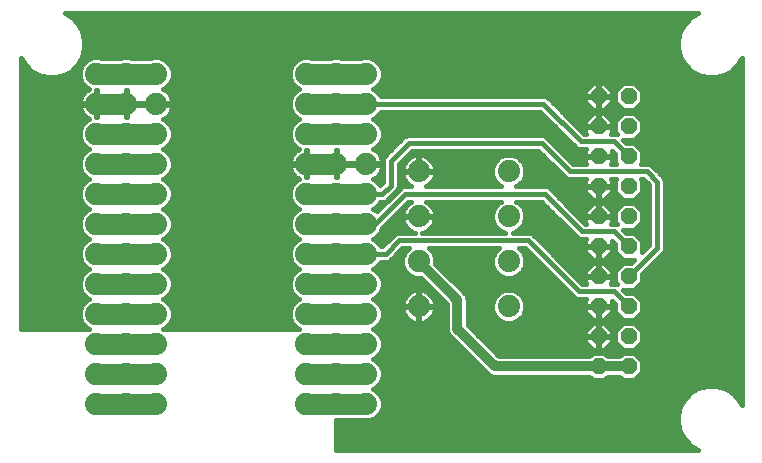
<source format=gbl>
G75*
G70*
%OFA0B0*%
%FSLAX24Y24*%
%IPPOS*%
%LPD*%
%AMOC8*
5,1,8,0,0,1.08239X$1,22.5*
%
%ADD10OC8,0.0560*%
%ADD11C,0.0740*%
%ADD12C,0.0320*%
%ADD13C,0.0700*%
%ADD14C,0.0160*%
D10*
X023083Y006643D03*
X024083Y006643D03*
X024083Y007643D03*
X023083Y007643D03*
X023083Y008643D03*
X024083Y008643D03*
X024083Y009643D03*
X023083Y009643D03*
X023083Y010643D03*
X024083Y010643D03*
X024083Y011643D03*
X023083Y011643D03*
X023083Y012643D03*
X024083Y012643D03*
X024083Y013643D03*
X023083Y013643D03*
X023083Y014643D03*
X024083Y014643D03*
X024083Y015643D03*
X023083Y015643D03*
D11*
X006333Y005393D03*
X007333Y005393D03*
X008333Y005393D03*
X008333Y006393D03*
X007333Y006393D03*
X006333Y006393D03*
X006333Y007393D03*
X007333Y007393D03*
X008333Y007393D03*
X008333Y008393D03*
X007333Y008393D03*
X006333Y008393D03*
X006333Y009393D03*
X007333Y009393D03*
X008333Y009393D03*
X008333Y010393D03*
X007333Y010393D03*
X006333Y010393D03*
X006333Y011393D03*
X007333Y011393D03*
X008333Y011393D03*
X008333Y012393D03*
X007333Y012393D03*
X006333Y012393D03*
X006333Y013393D03*
X007333Y013393D03*
X008333Y013393D03*
X008333Y014393D03*
X007333Y014393D03*
X006333Y014393D03*
X006333Y015393D03*
X007333Y015393D03*
X008333Y015393D03*
X008333Y016393D03*
X007333Y016393D03*
X006333Y016393D03*
X013333Y016393D03*
X014333Y016393D03*
X015333Y016393D03*
X015333Y015393D03*
X014333Y015393D03*
X013333Y015393D03*
X013333Y014393D03*
X014333Y014393D03*
X015333Y014393D03*
X015333Y013393D03*
X014333Y013393D03*
X013333Y013393D03*
X013333Y012393D03*
X014333Y012393D03*
X015333Y012393D03*
X015333Y011393D03*
X014333Y011393D03*
X013333Y011393D03*
X013333Y010393D03*
X014333Y010393D03*
X015333Y010393D03*
X015333Y009393D03*
X014333Y009393D03*
X013333Y009393D03*
X013333Y008393D03*
X014333Y008393D03*
X015333Y008393D03*
X015333Y007393D03*
X014333Y007393D03*
X013333Y007393D03*
X013333Y006393D03*
X014333Y006393D03*
X015333Y006393D03*
X015333Y005393D03*
X014333Y005393D03*
X013333Y005393D03*
X017083Y008643D03*
X017083Y010143D03*
X017083Y011643D03*
X017083Y013143D03*
X020083Y013143D03*
X020083Y011643D03*
X020083Y010143D03*
X020083Y008643D03*
D12*
X018373Y008853D02*
X018373Y007893D01*
X019623Y006643D01*
X023083Y006643D01*
X024083Y006643D01*
X018373Y008853D02*
X017083Y010143D01*
D13*
X015333Y010393D02*
X014333Y010393D01*
X013333Y010393D01*
X013333Y009393D02*
X014333Y009393D01*
X015333Y009393D01*
X015333Y008393D02*
X014333Y008393D01*
X013333Y008393D01*
X013333Y007393D02*
X014333Y007393D01*
X015333Y007393D01*
X015333Y006393D02*
X014333Y006393D01*
X013333Y006393D01*
X013333Y005393D02*
X014333Y005393D01*
X015333Y005393D01*
X008333Y005393D02*
X007333Y005393D01*
X006333Y005393D01*
X006333Y006393D02*
X007333Y006393D01*
X008333Y006393D01*
X008333Y007393D02*
X007333Y007393D01*
X006333Y007393D01*
X006333Y008393D02*
X007333Y008393D01*
X008333Y008393D01*
X008333Y009393D02*
X007333Y009393D01*
X006333Y009393D01*
X006333Y010393D02*
X007333Y010393D01*
X008333Y010393D01*
X008333Y011393D02*
X007333Y011393D01*
X006333Y011393D01*
X006333Y012393D02*
X007333Y012393D01*
X008333Y012393D01*
X008333Y013393D02*
X007333Y013393D01*
X006333Y013393D01*
X006333Y014393D02*
X007333Y014393D01*
X008333Y014393D01*
X007333Y015393D02*
X006333Y015393D01*
X006333Y016393D02*
X007333Y016393D01*
X008333Y016393D01*
X013333Y016393D02*
X014333Y016393D01*
X015333Y016393D01*
X015333Y015393D02*
X014333Y015393D01*
X013333Y015393D01*
X013333Y014393D02*
X014333Y014393D01*
X015333Y014393D01*
X014333Y013393D02*
X013333Y013393D01*
X013333Y012393D02*
X014333Y012393D01*
X014353Y012393D02*
X014333Y012413D01*
X014353Y012393D02*
X015153Y012393D01*
X015333Y012393D01*
X015333Y011393D02*
X014333Y011393D01*
X013333Y011393D01*
D14*
X012947Y011001D02*
X008719Y011001D01*
X008644Y010927D02*
X008799Y011082D01*
X008883Y011284D01*
X008883Y011503D01*
X008799Y011705D01*
X008644Y011860D01*
X008563Y011893D01*
X008644Y011927D01*
X008799Y012082D01*
X008883Y012284D01*
X008883Y012503D01*
X008799Y012705D01*
X008644Y012860D01*
X008563Y012893D01*
X008644Y012927D01*
X008799Y013082D01*
X008883Y013284D01*
X008883Y013503D01*
X008799Y013705D01*
X008644Y013860D01*
X008563Y013893D01*
X008644Y013927D01*
X008799Y014082D01*
X008883Y014284D01*
X008883Y014503D01*
X008799Y014705D01*
X008644Y014860D01*
X008563Y014893D01*
X008621Y014923D01*
X008691Y014974D01*
X008752Y015035D01*
X008803Y015105D01*
X008843Y015182D01*
X008869Y015265D01*
X008883Y015350D01*
X008883Y015373D01*
X008353Y015373D01*
X008353Y015413D01*
X008883Y015413D01*
X008883Y015437D01*
X008869Y015522D01*
X008843Y015604D01*
X008803Y015682D01*
X008752Y015752D01*
X008691Y015813D01*
X008621Y015864D01*
X008563Y015893D01*
X008644Y015927D01*
X008799Y016082D01*
X008883Y016284D01*
X008883Y016503D01*
X008799Y016705D01*
X008644Y016860D01*
X008442Y016943D01*
X008224Y016943D01*
X008175Y016923D01*
X007491Y016923D01*
X007442Y016943D01*
X007224Y016943D01*
X007175Y016923D01*
X006491Y016923D01*
X006442Y016943D01*
X006224Y016943D01*
X006021Y016860D01*
X005867Y016705D01*
X005783Y016503D01*
X005783Y016284D01*
X005867Y016082D01*
X006021Y015927D01*
X006103Y015893D01*
X006045Y015864D01*
X005975Y015813D01*
X005913Y015752D01*
X005863Y015682D01*
X005823Y015604D01*
X005796Y015522D01*
X005783Y015437D01*
X005783Y015413D01*
X006313Y015413D01*
X006313Y015373D01*
X006313Y014943D01*
X006353Y014943D01*
X006353Y015373D01*
X006313Y015373D01*
X005783Y015373D01*
X005783Y015350D01*
X005796Y015265D01*
X005823Y015182D01*
X005863Y015105D01*
X005913Y015035D01*
X005975Y014974D01*
X006045Y014923D01*
X006103Y014893D01*
X006021Y014860D01*
X005867Y014705D01*
X005783Y014503D01*
X005783Y014284D01*
X005867Y014082D01*
X006021Y013927D01*
X006103Y013893D01*
X006021Y013860D01*
X005867Y013705D01*
X005783Y013503D01*
X005783Y013284D01*
X005867Y013082D01*
X006021Y012927D01*
X006103Y012893D01*
X006021Y012860D01*
X005867Y012705D01*
X005783Y012503D01*
X005783Y012284D01*
X005867Y012082D01*
X006021Y011927D01*
X006103Y011893D01*
X006021Y011860D01*
X005867Y011705D01*
X005783Y011503D01*
X005783Y011284D01*
X005867Y011082D01*
X006021Y010927D01*
X006103Y010893D01*
X006021Y010860D01*
X005867Y010705D01*
X005783Y010503D01*
X005783Y010284D01*
X005867Y010082D01*
X006021Y009927D01*
X006103Y009893D01*
X006021Y009860D01*
X005867Y009705D01*
X005783Y009503D01*
X005783Y009284D01*
X005867Y009082D01*
X006021Y008927D01*
X006103Y008893D01*
X006021Y008860D01*
X005867Y008705D01*
X005783Y008503D01*
X005783Y008284D01*
X005867Y008082D01*
X006021Y007927D01*
X006103Y007893D01*
X003813Y007893D01*
X003813Y016940D01*
X003945Y016712D01*
X004151Y016505D01*
X004405Y016359D01*
X004687Y016283D01*
X004979Y016283D01*
X005261Y016359D01*
X005514Y016505D01*
X005721Y016712D01*
X005867Y016965D01*
X005943Y017247D01*
X005943Y017539D01*
X005867Y017822D01*
X005721Y018075D01*
X005514Y018281D01*
X005286Y018413D01*
X026380Y018413D01*
X026151Y018281D01*
X025945Y018075D01*
X025799Y017822D01*
X025723Y017539D01*
X025723Y017247D01*
X025799Y016965D01*
X025945Y016712D01*
X026151Y016505D01*
X026405Y016359D01*
X026687Y016283D01*
X026979Y016283D01*
X027261Y016359D01*
X027514Y016505D01*
X027721Y016712D01*
X027853Y016940D01*
X027853Y005346D01*
X027721Y005575D01*
X027514Y005781D01*
X027261Y005928D01*
X026979Y006003D01*
X026687Y006003D01*
X026405Y005928D01*
X026151Y005781D01*
X025945Y005575D01*
X025799Y005322D01*
X025723Y005039D01*
X025723Y004747D01*
X025799Y004465D01*
X025945Y004212D01*
X026151Y004005D01*
X026380Y003873D01*
X014333Y003873D01*
X014333Y004843D01*
X014442Y004843D01*
X014491Y004863D01*
X015175Y004863D01*
X015224Y004843D01*
X015442Y004843D01*
X015644Y004927D01*
X015799Y005082D01*
X015883Y005284D01*
X015883Y005503D01*
X015799Y005705D01*
X015644Y005860D01*
X015563Y005893D01*
X015644Y005927D01*
X015799Y006082D01*
X015883Y006284D01*
X015883Y006503D01*
X015799Y006705D01*
X015644Y006860D01*
X015563Y006893D01*
X015644Y006927D01*
X015799Y007082D01*
X015883Y007284D01*
X015883Y007503D01*
X015799Y007705D01*
X015644Y007860D01*
X015563Y007893D01*
X015644Y007927D01*
X015799Y008082D01*
X015883Y008284D01*
X015883Y008503D01*
X015799Y008705D01*
X015644Y008860D01*
X015563Y008893D01*
X015644Y008927D01*
X015799Y009082D01*
X015883Y009284D01*
X015883Y009503D01*
X015799Y009705D01*
X015644Y009860D01*
X015563Y009893D01*
X015644Y009927D01*
X015799Y010082D01*
X015821Y010133D01*
X016035Y010133D01*
X016130Y010173D01*
X016541Y010583D01*
X016745Y010583D01*
X016617Y010455D01*
X016533Y010253D01*
X016533Y010034D01*
X016617Y009832D01*
X016771Y009677D01*
X016974Y009593D01*
X017152Y009593D01*
X018033Y008712D01*
X018033Y007826D01*
X018085Y007701D01*
X018180Y007605D01*
X019430Y006355D01*
X019555Y006303D01*
X022772Y006303D01*
X022892Y006183D01*
X023273Y006183D01*
X023393Y006303D01*
X023772Y006303D01*
X023892Y006183D01*
X024273Y006183D01*
X024543Y006453D01*
X024543Y006834D01*
X024273Y007103D01*
X023892Y007103D01*
X023772Y006983D01*
X023393Y006983D01*
X023273Y007103D01*
X022892Y007103D01*
X022772Y006983D01*
X019764Y006983D01*
X018713Y008034D01*
X018713Y008921D01*
X018661Y009046D01*
X017633Y010074D01*
X017633Y010253D01*
X017549Y010455D01*
X017421Y010583D01*
X019745Y010583D01*
X019617Y010455D01*
X019533Y010253D01*
X019533Y010034D01*
X019617Y009832D01*
X019771Y009677D01*
X019974Y009593D01*
X020192Y009593D01*
X020394Y009677D01*
X020549Y009832D01*
X020633Y010034D01*
X020633Y010253D01*
X020549Y010455D01*
X020421Y010583D01*
X020625Y010583D01*
X022213Y008996D01*
X022286Y008923D01*
X022381Y008883D01*
X022672Y008883D01*
X022623Y008834D01*
X022623Y008653D01*
X023073Y008653D01*
X023073Y008633D01*
X023093Y008633D01*
X023093Y008183D01*
X023273Y008183D01*
X023543Y008453D01*
X023543Y008633D01*
X023093Y008633D01*
X023093Y008653D01*
X023543Y008653D01*
X023543Y008816D01*
X023623Y008736D01*
X023623Y008453D01*
X023892Y008183D01*
X024273Y008183D01*
X024543Y008453D01*
X024543Y008834D01*
X024273Y009103D01*
X023991Y009103D01*
X023911Y009183D01*
X024273Y009183D01*
X024543Y009453D01*
X024543Y009736D01*
X025253Y010446D01*
X025293Y010542D01*
X025293Y012845D01*
X025253Y012941D01*
X025180Y013014D01*
X024830Y013364D01*
X024735Y013403D01*
X024493Y013403D01*
X024543Y013453D01*
X024543Y013834D01*
X024273Y014103D01*
X023991Y014103D01*
X023911Y014183D01*
X024273Y014183D01*
X024543Y014453D01*
X024543Y014834D01*
X024273Y015103D01*
X023892Y015103D01*
X023623Y014834D01*
X023623Y014453D01*
X023699Y014377D01*
X023635Y014403D01*
X023493Y014403D01*
X023543Y014453D01*
X023543Y014633D01*
X023093Y014633D01*
X023093Y014653D01*
X023543Y014653D01*
X023543Y014834D01*
X023273Y015103D01*
X023093Y015103D01*
X023093Y014653D01*
X023073Y014653D01*
X023073Y014633D01*
X022623Y014633D01*
X022623Y014453D01*
X022672Y014403D01*
X022591Y014403D01*
X021380Y015614D01*
X021285Y015653D01*
X015821Y015653D01*
X015799Y015705D01*
X015644Y015860D01*
X015563Y015893D01*
X015644Y015927D01*
X015799Y016082D01*
X015883Y016284D01*
X015883Y016503D01*
X015799Y016705D01*
X015644Y016860D01*
X015442Y016943D01*
X015224Y016943D01*
X015175Y016923D01*
X014491Y016923D01*
X014442Y016943D01*
X014224Y016943D01*
X014175Y016923D01*
X013491Y016923D01*
X013442Y016943D01*
X013224Y016943D01*
X013021Y016860D01*
X012867Y016705D01*
X012783Y016503D01*
X012783Y016284D01*
X012867Y016082D01*
X013021Y015927D01*
X013103Y015893D01*
X013021Y015860D01*
X012867Y015705D01*
X012783Y015503D01*
X012783Y015284D01*
X012867Y015082D01*
X013021Y014927D01*
X013103Y014893D01*
X013021Y014860D01*
X012867Y014705D01*
X012783Y014503D01*
X012783Y014284D01*
X012867Y014082D01*
X013021Y013927D01*
X013103Y013893D01*
X013045Y013864D01*
X012975Y013813D01*
X012913Y013752D01*
X012863Y013682D01*
X012823Y013604D01*
X012796Y013522D01*
X012783Y013437D01*
X012783Y013413D01*
X013313Y013413D01*
X013313Y013373D01*
X013353Y013373D01*
X013353Y012943D01*
X013313Y012943D01*
X013313Y013373D01*
X012783Y013373D01*
X012783Y013350D01*
X012796Y013265D01*
X012823Y013182D01*
X012863Y013105D01*
X012913Y013035D01*
X012975Y012974D01*
X013045Y012923D01*
X013103Y012893D01*
X013021Y012860D01*
X012867Y012705D01*
X012783Y012503D01*
X012783Y012284D01*
X012867Y012082D01*
X013021Y011927D01*
X013103Y011893D01*
X013021Y011860D01*
X012867Y011705D01*
X012783Y011503D01*
X012783Y011284D01*
X012867Y011082D01*
X013021Y010927D01*
X013103Y010893D01*
X013021Y010860D01*
X012867Y010705D01*
X012783Y010503D01*
X012783Y010284D01*
X012867Y010082D01*
X013021Y009927D01*
X013103Y009893D01*
X013021Y009860D01*
X012867Y009705D01*
X012783Y009503D01*
X012783Y009284D01*
X012867Y009082D01*
X013021Y008927D01*
X013103Y008893D01*
X013021Y008860D01*
X012867Y008705D01*
X012783Y008503D01*
X012783Y008284D01*
X012867Y008082D01*
X013021Y007927D01*
X013103Y007893D01*
X008563Y007893D01*
X008644Y007927D01*
X008799Y008082D01*
X008883Y008284D01*
X008883Y008503D01*
X008799Y008705D01*
X008644Y008860D01*
X008563Y008893D01*
X008644Y008927D01*
X008799Y009082D01*
X008883Y009284D01*
X008883Y009503D01*
X008799Y009705D01*
X008644Y009860D01*
X008563Y009893D01*
X008644Y009927D01*
X008799Y010082D01*
X008883Y010284D01*
X008883Y010503D01*
X008799Y010705D01*
X008644Y010860D01*
X008563Y010893D01*
X008644Y010927D01*
X008661Y010843D02*
X013005Y010843D01*
X012858Y010684D02*
X008808Y010684D01*
X008873Y010526D02*
X012793Y010526D01*
X012783Y010367D02*
X008883Y010367D01*
X008852Y010209D02*
X012814Y010209D01*
X012898Y010050D02*
X008768Y010050D01*
X008567Y009892D02*
X013099Y009892D01*
X012895Y009733D02*
X008771Y009733D01*
X008853Y009575D02*
X012813Y009575D01*
X012783Y009416D02*
X008883Y009416D01*
X008872Y009258D02*
X012794Y009258D01*
X012859Y009099D02*
X008806Y009099D01*
X008658Y008941D02*
X013008Y008941D01*
X012944Y008782D02*
X008722Y008782D01*
X008833Y008624D02*
X012833Y008624D01*
X012783Y008465D02*
X008883Y008465D01*
X008883Y008307D02*
X012783Y008307D01*
X012839Y008148D02*
X008827Y008148D01*
X008707Y007990D02*
X012959Y007990D01*
X015673Y007831D02*
X018033Y007831D01*
X018033Y007990D02*
X015707Y007990D01*
X015827Y008148D02*
X016843Y008148D01*
X016872Y008134D02*
X016954Y008107D01*
X017040Y008093D01*
X017074Y008093D01*
X017074Y008635D01*
X016533Y008635D01*
X016533Y008600D01*
X016546Y008515D01*
X016573Y008432D01*
X016613Y008355D01*
X016663Y008285D01*
X016725Y008224D01*
X016795Y008173D01*
X016872Y008134D01*
X017074Y008148D02*
X017092Y008148D01*
X017092Y008093D02*
X017126Y008093D01*
X017212Y008107D01*
X017294Y008134D01*
X017371Y008173D01*
X017441Y008224D01*
X017502Y008285D01*
X017553Y008355D01*
X017593Y008432D01*
X017619Y008515D01*
X017633Y008600D01*
X017633Y008635D01*
X017092Y008635D01*
X017092Y008652D01*
X017633Y008652D01*
X017633Y008687D01*
X017619Y008772D01*
X017593Y008854D01*
X017553Y008932D01*
X017502Y009002D01*
X017441Y009063D01*
X017371Y009114D01*
X017294Y009153D01*
X017212Y009180D01*
X017126Y009193D01*
X017092Y009193D01*
X017092Y008652D01*
X017074Y008652D01*
X017074Y008635D01*
X017092Y008635D01*
X017092Y008093D01*
X017074Y008307D02*
X017092Y008307D01*
X017092Y008465D02*
X017074Y008465D01*
X017074Y008624D02*
X017092Y008624D01*
X017074Y008652D02*
X016533Y008652D01*
X016533Y008687D01*
X016546Y008772D01*
X016573Y008854D01*
X016613Y008932D01*
X016663Y009002D01*
X016725Y009063D01*
X016795Y009114D01*
X016872Y009153D01*
X016954Y009180D01*
X017040Y009193D01*
X017074Y009193D01*
X017074Y008652D01*
X017074Y008782D02*
X017092Y008782D01*
X017092Y008941D02*
X017074Y008941D01*
X017074Y009099D02*
X017092Y009099D01*
X017391Y009099D02*
X017646Y009099D01*
X017547Y008941D02*
X017805Y008941D01*
X017963Y008782D02*
X017616Y008782D01*
X017633Y008624D02*
X018033Y008624D01*
X018033Y008465D02*
X017603Y008465D01*
X017518Y008307D02*
X018033Y008307D01*
X018033Y008148D02*
X017323Y008148D01*
X016648Y008307D02*
X015883Y008307D01*
X015883Y008465D02*
X016562Y008465D01*
X016533Y008624D02*
X015833Y008624D01*
X015722Y008782D02*
X016550Y008782D01*
X016619Y008941D02*
X015658Y008941D01*
X015806Y009099D02*
X016775Y009099D01*
X017329Y009416D02*
X015883Y009416D01*
X015872Y009258D02*
X017488Y009258D01*
X017171Y009575D02*
X015853Y009575D01*
X015771Y009733D02*
X016715Y009733D01*
X016592Y009892D02*
X015567Y009892D01*
X015768Y010050D02*
X016533Y010050D01*
X016533Y010209D02*
X016166Y010209D01*
X016325Y010367D02*
X016580Y010367D01*
X016483Y010526D02*
X016688Y010526D01*
X016433Y010843D02*
X020733Y010843D01*
X022433Y009143D01*
X023583Y009143D01*
X024083Y008643D01*
X024397Y008307D02*
X027853Y008307D01*
X027853Y008465D02*
X024543Y008465D01*
X024543Y008624D02*
X027853Y008624D01*
X027853Y008782D02*
X024543Y008782D01*
X024436Y008941D02*
X027853Y008941D01*
X027853Y009099D02*
X024277Y009099D01*
X024348Y009258D02*
X027853Y009258D01*
X027853Y009416D02*
X024506Y009416D01*
X024543Y009575D02*
X027853Y009575D01*
X027853Y009733D02*
X024543Y009733D01*
X024699Y009892D02*
X027853Y009892D01*
X027853Y010050D02*
X024858Y010050D01*
X025016Y010209D02*
X027853Y010209D01*
X027853Y010367D02*
X025175Y010367D01*
X025286Y010526D02*
X027853Y010526D01*
X027853Y010684D02*
X025293Y010684D01*
X025293Y010843D02*
X027853Y010843D01*
X027853Y011001D02*
X025293Y011001D01*
X025293Y011160D02*
X027853Y011160D01*
X027853Y011318D02*
X025293Y011318D01*
X025293Y011477D02*
X027853Y011477D01*
X027853Y011635D02*
X025293Y011635D01*
X025293Y011794D02*
X027853Y011794D01*
X027853Y011952D02*
X025293Y011952D01*
X025293Y012111D02*
X027853Y012111D01*
X027853Y012269D02*
X025293Y012269D01*
X025293Y012428D02*
X027853Y012428D01*
X027853Y012586D02*
X025293Y012586D01*
X025293Y012745D02*
X027853Y012745D01*
X027853Y012903D02*
X025269Y012903D01*
X025132Y013062D02*
X027853Y013062D01*
X027853Y013220D02*
X024974Y013220D01*
X024794Y013379D02*
X027853Y013379D01*
X027853Y013537D02*
X024543Y013537D01*
X024543Y013696D02*
X027853Y013696D01*
X027853Y013854D02*
X024522Y013854D01*
X024364Y014013D02*
X027853Y014013D01*
X027853Y014171D02*
X023923Y014171D01*
X023583Y014143D02*
X024083Y013643D01*
X023623Y013696D02*
X023543Y013696D01*
X023543Y013653D02*
X023543Y013816D01*
X023623Y013736D01*
X023623Y013453D01*
X023672Y013403D01*
X023493Y013403D01*
X023543Y013453D01*
X023543Y013633D01*
X023093Y013633D01*
X023093Y013653D01*
X023543Y013653D01*
X023543Y013537D02*
X023623Y013537D01*
X023073Y013633D02*
X022623Y013633D01*
X022623Y013453D01*
X022672Y013403D01*
X022241Y013403D01*
X021403Y014241D01*
X021330Y014314D01*
X021235Y014353D01*
X016701Y014353D01*
X016606Y014314D01*
X016006Y013714D01*
X015933Y013641D01*
X015893Y013545D01*
X015893Y012781D01*
X015804Y012692D01*
X015799Y012705D01*
X015644Y012860D01*
X015563Y012893D01*
X015621Y012923D01*
X015691Y012974D01*
X015752Y013035D01*
X015803Y013105D01*
X015843Y013182D01*
X015869Y013265D01*
X015883Y013350D01*
X015883Y013373D01*
X015353Y013373D01*
X015353Y013413D01*
X015883Y013413D01*
X015883Y013437D01*
X015869Y013522D01*
X015843Y013604D01*
X015803Y013682D01*
X015752Y013752D01*
X015691Y013813D01*
X015621Y013864D01*
X015563Y013893D01*
X015644Y013927D01*
X015799Y014082D01*
X015883Y014284D01*
X015883Y014503D01*
X015799Y014705D01*
X015644Y014860D01*
X015563Y014893D01*
X015644Y014927D01*
X015799Y015082D01*
X015821Y015133D01*
X021125Y015133D01*
X022263Y013996D01*
X022336Y013923D01*
X022431Y013883D01*
X022672Y013883D01*
X022623Y013834D01*
X022623Y013653D01*
X023073Y013653D01*
X023073Y013633D01*
X022623Y013696D02*
X021948Y013696D01*
X021790Y013854D02*
X022643Y013854D01*
X022483Y014143D02*
X023583Y014143D01*
X023543Y014488D02*
X023623Y014488D01*
X023623Y014647D02*
X023093Y014647D01*
X023073Y014647D02*
X022347Y014647D01*
X022189Y014805D02*
X022623Y014805D01*
X022623Y014834D02*
X022623Y014653D01*
X023073Y014653D01*
X023073Y015103D01*
X022892Y015103D01*
X022623Y014834D01*
X022753Y014964D02*
X022030Y014964D01*
X021872Y015122D02*
X027853Y015122D01*
X027853Y014964D02*
X024413Y014964D01*
X024543Y014805D02*
X027853Y014805D01*
X027853Y014647D02*
X024543Y014647D01*
X024543Y014488D02*
X027853Y014488D01*
X027853Y014330D02*
X024420Y014330D01*
X023623Y014805D02*
X023543Y014805D01*
X023413Y014964D02*
X023753Y014964D01*
X023892Y015183D02*
X024273Y015183D01*
X024543Y015453D01*
X024543Y015834D01*
X024273Y016103D01*
X023892Y016103D01*
X023623Y015834D01*
X023623Y015453D01*
X023892Y015183D01*
X023795Y015281D02*
X023371Y015281D01*
X023273Y015183D02*
X023543Y015453D01*
X023543Y015633D01*
X023093Y015633D01*
X023093Y015183D01*
X023273Y015183D01*
X023073Y015183D02*
X023073Y015633D01*
X023093Y015633D01*
X023093Y015653D01*
X023543Y015653D01*
X023543Y015834D01*
X023273Y016103D01*
X023093Y016103D01*
X023093Y015653D01*
X023073Y015653D01*
X023073Y015633D01*
X022623Y015633D01*
X022623Y015453D01*
X022892Y015183D01*
X023073Y015183D01*
X023073Y015281D02*
X023093Y015281D01*
X023093Y015439D02*
X023073Y015439D01*
X023073Y015598D02*
X023093Y015598D01*
X023073Y015653D02*
X022623Y015653D01*
X022623Y015834D01*
X022892Y016103D01*
X023073Y016103D01*
X023073Y015653D01*
X023073Y015756D02*
X023093Y015756D01*
X023093Y015915D02*
X023073Y015915D01*
X023073Y016073D02*
X023093Y016073D01*
X023303Y016073D02*
X023862Y016073D01*
X023704Y015915D02*
X023462Y015915D01*
X023543Y015756D02*
X023623Y015756D01*
X023623Y015598D02*
X023543Y015598D01*
X023529Y015439D02*
X023636Y015439D01*
X023093Y014964D02*
X023073Y014964D01*
X023073Y014805D02*
X023093Y014805D01*
X022623Y014488D02*
X022506Y014488D01*
X021929Y014330D02*
X021291Y014330D01*
X021403Y014241D02*
X021403Y014241D01*
X021473Y014171D02*
X022087Y014171D01*
X022246Y014013D02*
X021631Y014013D01*
X021183Y014093D02*
X016753Y014093D01*
X016153Y013493D01*
X016153Y012673D01*
X015873Y012393D01*
X015333Y012393D01*
X015153Y012393D02*
X014333Y012393D01*
X014353Y012943D02*
X014313Y012943D01*
X014313Y013373D01*
X014353Y013373D01*
X014353Y012943D01*
X014353Y013062D02*
X014313Y013062D01*
X014313Y013220D02*
X014353Y013220D01*
X014353Y013373D02*
X014353Y013413D01*
X015313Y013413D01*
X015313Y013373D01*
X014783Y013373D01*
X014353Y013373D01*
X014353Y013379D02*
X015313Y013379D01*
X015353Y013379D02*
X015893Y013379D01*
X015893Y013537D02*
X015864Y013537D01*
X015793Y013696D02*
X015988Y013696D01*
X016146Y013854D02*
X015634Y013854D01*
X015730Y014013D02*
X016305Y014013D01*
X016463Y014171D02*
X015836Y014171D01*
X015883Y014330D02*
X016645Y014330D01*
X016861Y013833D02*
X021075Y013833D01*
X021913Y012996D01*
X021986Y012923D01*
X022081Y012883D01*
X022672Y012883D01*
X022623Y012834D01*
X022623Y012653D01*
X023073Y012653D01*
X023073Y012633D01*
X023093Y012633D01*
X023093Y012183D01*
X023273Y012183D01*
X023543Y012453D01*
X023543Y012633D01*
X023093Y012633D01*
X023093Y012653D01*
X023543Y012653D01*
X023543Y012834D01*
X023493Y012883D01*
X023672Y012883D01*
X023623Y012834D01*
X023623Y012453D01*
X023892Y012183D01*
X024273Y012183D01*
X024543Y012453D01*
X024543Y012834D01*
X024493Y012883D01*
X024575Y012883D01*
X024773Y012686D01*
X024773Y010701D01*
X024543Y010471D01*
X024543Y010834D01*
X024273Y011103D01*
X023991Y011103D01*
X023911Y011183D01*
X024273Y011183D01*
X024543Y011453D01*
X024543Y011834D01*
X024273Y012103D01*
X023892Y012103D01*
X023623Y011834D01*
X023623Y011453D01*
X023699Y011377D01*
X023635Y011403D01*
X023493Y011403D01*
X023543Y011453D01*
X023543Y011633D01*
X023093Y011633D01*
X023093Y011653D01*
X023543Y011653D01*
X023543Y011834D01*
X023273Y012103D01*
X023093Y012103D01*
X023093Y011653D01*
X023073Y011653D01*
X023073Y011633D01*
X022623Y011633D01*
X022623Y011453D01*
X022672Y011403D01*
X022641Y011403D01*
X021430Y012614D01*
X021335Y012653D01*
X020337Y012653D01*
X020394Y012677D01*
X020549Y012832D01*
X020633Y013034D01*
X020633Y013253D01*
X020549Y013455D01*
X020394Y013610D01*
X020192Y013693D01*
X019974Y013693D01*
X019771Y013610D01*
X019617Y013455D01*
X019533Y013253D01*
X019533Y013034D01*
X019617Y012832D01*
X019771Y012677D01*
X019829Y012653D01*
X017333Y012653D01*
X017371Y012673D01*
X017441Y012724D01*
X017502Y012785D01*
X017553Y012855D01*
X017593Y012932D01*
X017619Y013015D01*
X017633Y013100D01*
X017633Y013135D01*
X017092Y013135D01*
X017092Y013152D01*
X017633Y013152D01*
X017633Y013187D01*
X017619Y013272D01*
X017593Y013354D01*
X017553Y013432D01*
X017502Y013502D01*
X017441Y013563D01*
X017371Y013614D01*
X017294Y013653D01*
X017212Y013680D01*
X017126Y013693D01*
X017092Y013693D01*
X017092Y013152D01*
X017074Y013152D01*
X017074Y013135D01*
X016533Y013135D01*
X016533Y013100D01*
X016546Y013015D01*
X016573Y012932D01*
X016613Y012855D01*
X016663Y012785D01*
X016725Y012724D01*
X016795Y012673D01*
X016833Y012653D01*
X016581Y012653D01*
X016486Y012614D01*
X016413Y012541D01*
X016413Y012541D01*
X015688Y011816D01*
X015644Y011860D01*
X015563Y011893D01*
X015644Y011927D01*
X015799Y012082D01*
X015821Y012133D01*
X015925Y012133D01*
X016020Y012173D01*
X016093Y012246D01*
X016373Y012526D01*
X016413Y012622D01*
X016413Y012725D01*
X016413Y013386D01*
X016861Y013833D01*
X016954Y013680D02*
X016872Y013653D01*
X016795Y013614D01*
X016725Y013563D01*
X016663Y013502D01*
X016613Y013432D01*
X016573Y013354D01*
X016546Y013272D01*
X016533Y013187D01*
X016533Y013152D01*
X017074Y013152D01*
X017074Y013693D01*
X017040Y013693D01*
X016954Y013680D01*
X017074Y013537D02*
X017092Y013537D01*
X017092Y013379D02*
X017074Y013379D01*
X017074Y013220D02*
X017092Y013220D01*
X016699Y013537D02*
X016565Y013537D01*
X016586Y013379D02*
X016413Y013379D01*
X016413Y013220D02*
X016538Y013220D01*
X016539Y013062D02*
X016413Y013062D01*
X016413Y012903D02*
X016588Y012903D01*
X016704Y012745D02*
X016413Y012745D01*
X016398Y012586D02*
X016458Y012586D01*
X016300Y012428D02*
X016275Y012428D01*
X016141Y012269D02*
X016117Y012269D01*
X015983Y012111D02*
X015811Y012111D01*
X015824Y011952D02*
X015670Y011952D01*
X015633Y011393D02*
X015333Y011393D01*
X015633Y011393D02*
X016633Y012393D01*
X021283Y012393D01*
X022533Y011143D01*
X023583Y011143D01*
X024083Y010643D01*
X023623Y010684D02*
X023543Y010684D01*
X023543Y010653D02*
X023543Y010816D01*
X023623Y010736D01*
X023623Y010453D01*
X023892Y010183D01*
X024255Y010183D01*
X024175Y010103D01*
X023892Y010103D01*
X023623Y009834D01*
X023623Y009453D01*
X023699Y009377D01*
X023635Y009403D01*
X023493Y009403D01*
X023543Y009453D01*
X023543Y009633D01*
X023093Y009633D01*
X023093Y009653D01*
X023543Y009653D01*
X023543Y009834D01*
X023273Y010103D01*
X023093Y010103D01*
X023093Y009653D01*
X023073Y009653D01*
X023073Y009633D01*
X022623Y009633D01*
X022623Y009453D01*
X022672Y009403D01*
X022541Y009403D01*
X020880Y011064D01*
X020785Y011103D01*
X020216Y011103D01*
X020394Y011177D01*
X020549Y011332D01*
X020633Y011534D01*
X020633Y011753D01*
X020549Y011955D01*
X020394Y012110D01*
X020337Y012133D01*
X021175Y012133D01*
X022313Y010996D01*
X022386Y010923D01*
X022481Y010883D01*
X022672Y010883D01*
X022623Y010834D01*
X022623Y010653D01*
X023073Y010653D01*
X023073Y010633D01*
X023093Y010633D01*
X023093Y010183D01*
X023273Y010183D01*
X023543Y010453D01*
X023543Y010633D01*
X023093Y010633D01*
X023093Y010653D01*
X023543Y010653D01*
X023543Y010526D02*
X023623Y010526D01*
X023708Y010367D02*
X023457Y010367D01*
X023299Y010209D02*
X023867Y010209D01*
X023839Y010050D02*
X023326Y010050D01*
X023485Y009892D02*
X023681Y009892D01*
X023623Y009733D02*
X023543Y009733D01*
X023543Y009575D02*
X023623Y009575D01*
X023659Y009416D02*
X023506Y009416D01*
X024083Y009643D02*
X025033Y010593D01*
X025033Y012793D01*
X024683Y013143D01*
X022133Y013143D01*
X021183Y014093D01*
X021213Y013696D02*
X016723Y013696D01*
X015893Y013220D02*
X015855Y013220D01*
X015893Y013062D02*
X015772Y013062D01*
X015893Y012903D02*
X015583Y012903D01*
X015759Y012745D02*
X015857Y012745D01*
X016718Y012111D02*
X016791Y012111D01*
X016795Y012114D02*
X016833Y012133D01*
X016741Y012133D01*
X015877Y011270D01*
X015799Y011082D01*
X015644Y010927D01*
X015563Y010893D01*
X015644Y010860D01*
X015799Y010705D01*
X015821Y010653D01*
X015875Y010653D01*
X016213Y010991D01*
X016286Y011064D01*
X016381Y011103D01*
X016977Y011103D01*
X016954Y011107D01*
X016872Y011134D01*
X016795Y011173D01*
X016725Y011224D01*
X016663Y011285D01*
X016613Y011355D01*
X016573Y011432D01*
X016546Y011515D01*
X016533Y011600D01*
X016533Y011635D01*
X017074Y011635D01*
X017074Y011652D01*
X016533Y011652D01*
X016533Y011687D01*
X016546Y011772D01*
X016573Y011854D01*
X016613Y011932D01*
X016663Y012002D01*
X016725Y012063D01*
X016795Y012114D01*
X016628Y011952D02*
X016560Y011952D01*
X016554Y011794D02*
X016401Y011794D01*
X016243Y011635D02*
X017074Y011635D01*
X017092Y011635D02*
X017092Y011652D01*
X017633Y011652D01*
X017633Y011687D01*
X017619Y011772D01*
X017593Y011854D01*
X017553Y011932D01*
X017502Y012002D01*
X017441Y012063D01*
X017371Y012114D01*
X017333Y012133D01*
X019829Y012133D01*
X019771Y012110D01*
X019617Y011955D01*
X019533Y011753D01*
X019533Y011534D01*
X019617Y011332D01*
X019771Y011177D01*
X019949Y011103D01*
X017189Y011103D01*
X017212Y011107D01*
X017294Y011134D01*
X017371Y011173D01*
X017441Y011224D01*
X017502Y011285D01*
X017553Y011355D01*
X017593Y011432D01*
X017619Y011515D01*
X017633Y011600D01*
X017633Y011635D01*
X017092Y011635D01*
X019533Y011635D01*
X019550Y011794D02*
X017612Y011794D01*
X017538Y011952D02*
X019616Y011952D01*
X019774Y012111D02*
X017375Y012111D01*
X017462Y012745D02*
X019704Y012745D01*
X019587Y012903D02*
X017578Y012903D01*
X017627Y013062D02*
X019533Y013062D01*
X019533Y013220D02*
X017628Y013220D01*
X017580Y013379D02*
X019585Y013379D01*
X019699Y013537D02*
X017467Y013537D01*
X015883Y014488D02*
X021770Y014488D01*
X021612Y014647D02*
X015823Y014647D01*
X015699Y014805D02*
X021453Y014805D01*
X021295Y014964D02*
X015681Y014964D01*
X015816Y015122D02*
X021136Y015122D01*
X021233Y015393D02*
X022483Y014143D01*
X022623Y013537D02*
X022107Y013537D01*
X021688Y013220D02*
X020633Y013220D01*
X020633Y013062D02*
X021847Y013062D01*
X022033Y012903D02*
X020579Y012903D01*
X020462Y012745D02*
X022623Y012745D01*
X022623Y012633D02*
X022623Y012453D01*
X022892Y012183D01*
X023073Y012183D01*
X023073Y012633D01*
X022623Y012633D01*
X022623Y012586D02*
X021458Y012586D01*
X021616Y012428D02*
X022648Y012428D01*
X022806Y012269D02*
X021775Y012269D01*
X021933Y012111D02*
X024773Y012111D01*
X024773Y012269D02*
X024359Y012269D01*
X024518Y012428D02*
X024773Y012428D01*
X024773Y012586D02*
X024543Y012586D01*
X024543Y012745D02*
X024714Y012745D01*
X023806Y012269D02*
X023359Y012269D01*
X023518Y012428D02*
X023648Y012428D01*
X023623Y012586D02*
X023543Y012586D01*
X023543Y012745D02*
X023623Y012745D01*
X023093Y012586D02*
X023073Y012586D01*
X023073Y012428D02*
X023093Y012428D01*
X023093Y012269D02*
X023073Y012269D01*
X023073Y012103D02*
X022892Y012103D01*
X022623Y011834D01*
X022623Y011653D01*
X023073Y011653D01*
X023073Y012103D01*
X023073Y011952D02*
X023093Y011952D01*
X023093Y011794D02*
X023073Y011794D01*
X023073Y011635D02*
X022409Y011635D01*
X022567Y011477D02*
X022623Y011477D01*
X023093Y011635D02*
X023623Y011635D01*
X023623Y011477D02*
X023543Y011477D01*
X023934Y011160D02*
X024773Y011160D01*
X024773Y011318D02*
X024408Y011318D01*
X024543Y011477D02*
X024773Y011477D01*
X024773Y011635D02*
X024543Y011635D01*
X024543Y011794D02*
X024773Y011794D01*
X024773Y011952D02*
X024424Y011952D01*
X023741Y011952D02*
X023424Y011952D01*
X023543Y011794D02*
X023623Y011794D01*
X022741Y011952D02*
X022092Y011952D01*
X022250Y011794D02*
X022623Y011794D01*
X021990Y011318D02*
X020536Y011318D01*
X020609Y011477D02*
X021832Y011477D01*
X021673Y011635D02*
X020633Y011635D01*
X020616Y011794D02*
X021515Y011794D01*
X021356Y011952D02*
X020550Y011952D01*
X020391Y012111D02*
X021198Y012111D01*
X020353Y011160D02*
X022149Y011160D01*
X022307Y011001D02*
X020943Y011001D01*
X021101Y010843D02*
X022632Y010843D01*
X022623Y010684D02*
X021260Y010684D01*
X021418Y010526D02*
X022623Y010526D01*
X022623Y010453D02*
X022892Y010183D01*
X023073Y010183D01*
X023073Y010633D01*
X022623Y010633D01*
X022623Y010453D01*
X022708Y010367D02*
X021577Y010367D01*
X021735Y010209D02*
X022867Y010209D01*
X022892Y010103D02*
X022623Y009834D01*
X022623Y009653D01*
X023073Y009653D01*
X023073Y010103D01*
X022892Y010103D01*
X022839Y010050D02*
X021894Y010050D01*
X022052Y009892D02*
X022681Y009892D01*
X022623Y009733D02*
X022211Y009733D01*
X022369Y009575D02*
X022623Y009575D01*
X022659Y009416D02*
X022528Y009416D01*
X023073Y009733D02*
X023093Y009733D01*
X023093Y009892D02*
X023073Y009892D01*
X023073Y010050D02*
X023093Y010050D01*
X023093Y010209D02*
X023073Y010209D01*
X023073Y010367D02*
X023093Y010367D01*
X023093Y010526D02*
X023073Y010526D01*
X022313Y010996D02*
X022313Y010996D01*
X021158Y010050D02*
X020633Y010050D01*
X020633Y010209D02*
X021000Y010209D01*
X020841Y010367D02*
X020585Y010367D01*
X020683Y010526D02*
X020478Y010526D01*
X019688Y010526D02*
X017478Y010526D01*
X017585Y010367D02*
X019580Y010367D01*
X019533Y010209D02*
X017633Y010209D01*
X017657Y010050D02*
X019533Y010050D01*
X019592Y009892D02*
X017815Y009892D01*
X017974Y009733D02*
X019715Y009733D01*
X019974Y009193D02*
X019771Y009110D01*
X019617Y008955D01*
X019533Y008753D01*
X019533Y008534D01*
X019617Y008332D01*
X019771Y008177D01*
X019974Y008093D01*
X020192Y008093D01*
X020394Y008177D01*
X020549Y008332D01*
X020633Y008534D01*
X020633Y008753D01*
X020549Y008955D01*
X020394Y009110D01*
X020192Y009193D01*
X019974Y009193D01*
X019761Y009099D02*
X018608Y009099D01*
X018705Y008941D02*
X019611Y008941D01*
X019545Y008782D02*
X018713Y008782D01*
X018713Y008624D02*
X019533Y008624D01*
X019561Y008465D02*
X018713Y008465D01*
X018713Y008307D02*
X019642Y008307D01*
X019841Y008148D02*
X018713Y008148D01*
X018757Y007990D02*
X022779Y007990D01*
X022892Y008103D02*
X022623Y007834D01*
X022623Y007653D01*
X023073Y007653D01*
X023073Y007633D01*
X023093Y007633D01*
X023093Y007183D01*
X023273Y007183D01*
X023543Y007453D01*
X023543Y007633D01*
X023093Y007633D01*
X023093Y007653D01*
X023543Y007653D01*
X023543Y007834D01*
X023273Y008103D01*
X023093Y008103D01*
X023093Y007653D01*
X023073Y007653D01*
X023073Y008103D01*
X022892Y008103D01*
X022892Y008183D02*
X023073Y008183D01*
X023073Y008633D01*
X022623Y008633D01*
X022623Y008453D01*
X022892Y008183D01*
X022769Y008307D02*
X020524Y008307D01*
X020605Y008465D02*
X022623Y008465D01*
X022623Y008624D02*
X020633Y008624D01*
X020621Y008782D02*
X022623Y008782D01*
X022268Y008941D02*
X020555Y008941D01*
X020405Y009099D02*
X022109Y009099D01*
X021951Y009258D02*
X018449Y009258D01*
X018291Y009416D02*
X021792Y009416D01*
X021634Y009575D02*
X018132Y009575D01*
X016433Y010843D02*
X015983Y010393D01*
X015333Y010393D01*
X015661Y010843D02*
X016065Y010843D01*
X016223Y011001D02*
X015719Y011001D01*
X015832Y011160D02*
X016820Y011160D01*
X016639Y011318D02*
X015926Y011318D01*
X016084Y011477D02*
X016559Y011477D01*
X017346Y011160D02*
X019813Y011160D01*
X019630Y011318D02*
X017527Y011318D01*
X017607Y011477D02*
X019557Y011477D01*
X020574Y009892D02*
X021317Y009892D01*
X021475Y009733D02*
X020451Y009733D01*
X020325Y008148D02*
X027853Y008148D01*
X027853Y007990D02*
X024387Y007990D01*
X024273Y008103D02*
X023892Y008103D01*
X023623Y007834D01*
X023623Y007453D01*
X023892Y007183D01*
X024273Y007183D01*
X024543Y007453D01*
X024543Y007834D01*
X024273Y008103D01*
X024543Y007831D02*
X027853Y007831D01*
X027853Y007673D02*
X024543Y007673D01*
X024543Y007514D02*
X027853Y007514D01*
X027853Y007356D02*
X024446Y007356D01*
X024287Y007197D02*
X027853Y007197D01*
X027853Y007039D02*
X024338Y007039D01*
X024496Y006880D02*
X027853Y006880D01*
X027853Y006722D02*
X024543Y006722D01*
X024543Y006563D02*
X027853Y006563D01*
X027853Y006405D02*
X024495Y006405D01*
X024336Y006246D02*
X027853Y006246D01*
X027853Y006088D02*
X015802Y006088D01*
X015867Y006246D02*
X022829Y006246D01*
X023336Y006246D02*
X023829Y006246D01*
X023828Y007039D02*
X023338Y007039D01*
X023287Y007197D02*
X023878Y007197D01*
X023720Y007356D02*
X023446Y007356D01*
X023543Y007514D02*
X023623Y007514D01*
X023623Y007673D02*
X023543Y007673D01*
X023543Y007831D02*
X023623Y007831D01*
X023779Y007990D02*
X023387Y007990D01*
X023093Y007990D02*
X023073Y007990D01*
X023073Y007831D02*
X023093Y007831D01*
X023093Y007673D02*
X023073Y007673D01*
X023073Y007633D02*
X022623Y007633D01*
X022623Y007453D01*
X022892Y007183D01*
X023073Y007183D01*
X023073Y007633D01*
X023073Y007514D02*
X023093Y007514D01*
X023093Y007356D02*
X023073Y007356D01*
X023073Y007197D02*
X023093Y007197D01*
X022878Y007197D02*
X019550Y007197D01*
X019708Y007039D02*
X022828Y007039D01*
X022720Y007356D02*
X019391Y007356D01*
X019233Y007514D02*
X022623Y007514D01*
X022623Y007673D02*
X019074Y007673D01*
X018916Y007831D02*
X022623Y007831D01*
X023073Y008307D02*
X023093Y008307D01*
X023093Y008465D02*
X023073Y008465D01*
X023073Y008624D02*
X023093Y008624D01*
X023397Y008307D02*
X023769Y008307D01*
X023623Y008465D02*
X023543Y008465D01*
X023543Y008624D02*
X023623Y008624D01*
X023576Y008782D02*
X023543Y008782D01*
X024543Y010526D02*
X024598Y010526D01*
X024543Y010684D02*
X024756Y010684D01*
X024773Y010843D02*
X024534Y010843D01*
X024375Y011001D02*
X024773Y011001D01*
X021530Y013379D02*
X020581Y013379D01*
X020467Y013537D02*
X021371Y013537D01*
X021713Y015281D02*
X022795Y015281D01*
X022636Y015439D02*
X021555Y015439D01*
X021396Y015598D02*
X022623Y015598D01*
X022623Y015756D02*
X015748Y015756D01*
X015615Y015915D02*
X022704Y015915D01*
X022862Y016073D02*
X015791Y016073D01*
X015861Y016232D02*
X027853Y016232D01*
X027853Y016390D02*
X027316Y016390D01*
X027558Y016549D02*
X027853Y016549D01*
X027853Y016707D02*
X027717Y016707D01*
X027810Y016866D02*
X027853Y016866D01*
X027853Y016073D02*
X024303Y016073D01*
X024462Y015915D02*
X027853Y015915D01*
X027853Y015756D02*
X024543Y015756D01*
X024543Y015598D02*
X027853Y015598D01*
X027853Y015439D02*
X024529Y015439D01*
X024371Y015281D02*
X027853Y015281D01*
X026350Y016390D02*
X015883Y016390D01*
X015864Y016549D02*
X026108Y016549D01*
X025949Y016707D02*
X015797Y016707D01*
X015629Y016866D02*
X025856Y016866D01*
X025783Y017024D02*
X005883Y017024D01*
X005926Y017183D02*
X025740Y017183D01*
X025723Y017341D02*
X005943Y017341D01*
X005943Y017500D02*
X025723Y017500D01*
X025755Y017658D02*
X005911Y017658D01*
X005869Y017817D02*
X025797Y017817D01*
X025887Y017975D02*
X005779Y017975D01*
X005662Y018134D02*
X026004Y018134D01*
X026170Y018292D02*
X005496Y018292D01*
X005810Y016866D02*
X006036Y016866D01*
X005869Y016707D02*
X005717Y016707D01*
X005802Y016549D02*
X005558Y016549D01*
X005783Y016390D02*
X005316Y016390D01*
X005805Y016232D02*
X003813Y016232D01*
X003813Y016390D02*
X004350Y016390D01*
X004108Y016549D02*
X003813Y016549D01*
X003813Y016707D02*
X003949Y016707D01*
X003856Y016866D02*
X003813Y016866D01*
X003813Y016073D02*
X005875Y016073D01*
X006051Y015915D02*
X003813Y015915D01*
X003813Y015756D02*
X005918Y015756D01*
X005821Y015598D02*
X003813Y015598D01*
X003813Y015439D02*
X005783Y015439D01*
X005794Y015281D02*
X003813Y015281D01*
X003813Y015122D02*
X005854Y015122D01*
X005988Y014964D02*
X003813Y014964D01*
X003813Y014805D02*
X005967Y014805D01*
X005843Y014647D02*
X003813Y014647D01*
X003813Y014488D02*
X005783Y014488D01*
X005783Y014330D02*
X003813Y014330D01*
X003813Y014171D02*
X005830Y014171D01*
X005936Y014013D02*
X003813Y014013D01*
X003813Y013854D02*
X006016Y013854D01*
X005863Y013696D02*
X003813Y013696D01*
X003813Y013537D02*
X005797Y013537D01*
X005783Y013379D02*
X003813Y013379D01*
X003813Y013220D02*
X005809Y013220D01*
X005887Y013062D02*
X003813Y013062D01*
X003813Y012903D02*
X006079Y012903D01*
X005907Y012745D02*
X003813Y012745D01*
X003813Y012586D02*
X005818Y012586D01*
X005783Y012428D02*
X003813Y012428D01*
X003813Y012269D02*
X005789Y012269D01*
X005855Y012111D02*
X003813Y012111D01*
X003813Y011952D02*
X005996Y011952D01*
X005956Y011794D02*
X003813Y011794D01*
X003813Y011635D02*
X005838Y011635D01*
X005783Y011477D02*
X003813Y011477D01*
X003813Y011318D02*
X005783Y011318D01*
X005834Y011160D02*
X003813Y011160D01*
X003813Y011001D02*
X005947Y011001D01*
X006005Y010843D02*
X003813Y010843D01*
X003813Y010684D02*
X005858Y010684D01*
X005793Y010526D02*
X003813Y010526D01*
X003813Y010367D02*
X005783Y010367D01*
X005814Y010209D02*
X003813Y010209D01*
X003813Y010050D02*
X005898Y010050D01*
X006099Y009892D02*
X003813Y009892D01*
X003813Y009733D02*
X005895Y009733D01*
X005813Y009575D02*
X003813Y009575D01*
X003813Y009416D02*
X005783Y009416D01*
X005794Y009258D02*
X003813Y009258D01*
X003813Y009099D02*
X005859Y009099D01*
X006008Y008941D02*
X003813Y008941D01*
X003813Y008782D02*
X005944Y008782D01*
X005833Y008624D02*
X003813Y008624D01*
X003813Y008465D02*
X005783Y008465D01*
X005783Y008307D02*
X003813Y008307D01*
X003813Y008148D02*
X005839Y008148D01*
X005959Y007990D02*
X003813Y007990D01*
X008832Y011160D02*
X012834Y011160D01*
X012783Y011318D02*
X008883Y011318D01*
X008883Y011477D02*
X012783Y011477D01*
X012838Y011635D02*
X008828Y011635D01*
X008710Y011794D02*
X012956Y011794D01*
X012996Y011952D02*
X008670Y011952D01*
X008811Y012111D02*
X012855Y012111D01*
X012789Y012269D02*
X008877Y012269D01*
X008883Y012428D02*
X012783Y012428D01*
X012818Y012586D02*
X008848Y012586D01*
X008759Y012745D02*
X012907Y012745D01*
X013083Y012903D02*
X008587Y012903D01*
X008779Y013062D02*
X012894Y013062D01*
X012811Y013220D02*
X008857Y013220D01*
X008883Y013379D02*
X013313Y013379D01*
X013313Y013413D02*
X013313Y013843D01*
X013353Y013843D01*
X013353Y013413D01*
X013783Y013413D01*
X014313Y013413D01*
X014313Y013373D01*
X013353Y013373D01*
X013353Y013413D01*
X013313Y013413D01*
X013353Y013379D02*
X014313Y013379D01*
X014313Y013413D02*
X014313Y013843D01*
X014353Y013843D01*
X014353Y013413D01*
X014313Y013413D01*
X014313Y013537D02*
X014353Y013537D01*
X014353Y013696D02*
X014313Y013696D01*
X013353Y013696D02*
X013313Y013696D01*
X013313Y013537D02*
X013353Y013537D01*
X013353Y013220D02*
X013313Y013220D01*
X013313Y013062D02*
X013353Y013062D01*
X012801Y013537D02*
X008869Y013537D01*
X008803Y013696D02*
X012873Y013696D01*
X013032Y013854D02*
X008650Y013854D01*
X008730Y014013D02*
X012936Y014013D01*
X012830Y014171D02*
X008836Y014171D01*
X008883Y014330D02*
X012783Y014330D01*
X012783Y014488D02*
X008883Y014488D01*
X008823Y014647D02*
X012843Y014647D01*
X012967Y014805D02*
X008699Y014805D01*
X008678Y014964D02*
X012985Y014964D01*
X012850Y015122D02*
X008812Y015122D01*
X008872Y015281D02*
X012784Y015281D01*
X012783Y015439D02*
X008883Y015439D01*
X008845Y015598D02*
X012822Y015598D01*
X012918Y015756D02*
X008748Y015756D01*
X008615Y015915D02*
X013051Y015915D01*
X012875Y016073D02*
X008791Y016073D01*
X008861Y016232D02*
X012805Y016232D01*
X012783Y016390D02*
X008883Y016390D01*
X008864Y016549D02*
X012802Y016549D01*
X012869Y016707D02*
X008797Y016707D01*
X008629Y016866D02*
X013036Y016866D01*
X015333Y015393D02*
X021233Y015393D01*
X015906Y010684D02*
X015808Y010684D01*
X015812Y007673D02*
X018113Y007673D01*
X018271Y007514D02*
X015878Y007514D01*
X015883Y007356D02*
X018430Y007356D01*
X018588Y007197D02*
X015847Y007197D01*
X015756Y007039D02*
X018747Y007039D01*
X018905Y006880D02*
X015594Y006880D01*
X015782Y006722D02*
X019064Y006722D01*
X019222Y006563D02*
X015858Y006563D01*
X015883Y006405D02*
X019381Y006405D01*
X015883Y005454D02*
X025875Y005454D01*
X025792Y005295D02*
X015883Y005295D01*
X015822Y005137D02*
X025749Y005137D01*
X025723Y004978D02*
X015696Y004978D01*
X015838Y005612D02*
X025982Y005612D01*
X026141Y005771D02*
X015733Y005771D01*
X015647Y005929D02*
X026411Y005929D01*
X027255Y005929D02*
X027853Y005929D01*
X027853Y005771D02*
X027525Y005771D01*
X027684Y005612D02*
X027853Y005612D01*
X027853Y005454D02*
X027791Y005454D01*
X025723Y004820D02*
X014333Y004820D01*
X014333Y004661D02*
X025746Y004661D01*
X025788Y004503D02*
X014333Y004503D01*
X014333Y004344D02*
X025868Y004344D01*
X025971Y004186D02*
X014333Y004186D01*
X014333Y004027D02*
X026129Y004027D01*
X008313Y015373D02*
X007883Y015373D01*
X007353Y015373D01*
X007353Y014943D01*
X007313Y014943D01*
X007313Y015373D01*
X007353Y015373D01*
X007353Y015413D01*
X008313Y015413D01*
X008313Y015373D01*
X007353Y015413D02*
X007313Y015413D01*
X007313Y015373D01*
X006353Y015373D01*
X006353Y015413D01*
X006783Y015413D01*
X007313Y015413D01*
X007313Y015843D01*
X007353Y015843D01*
X007353Y015413D01*
X007353Y015439D02*
X007313Y015439D01*
X007313Y015281D02*
X007353Y015281D01*
X007353Y015122D02*
X007313Y015122D01*
X007313Y014964D02*
X007353Y014964D01*
X007353Y015598D02*
X007313Y015598D01*
X007313Y015756D02*
X007353Y015756D01*
X006353Y015756D02*
X006313Y015756D01*
X006313Y015843D02*
X006313Y015413D01*
X006353Y015413D01*
X006353Y015843D01*
X006313Y015843D01*
X006313Y015598D02*
X006353Y015598D01*
X006353Y015439D02*
X006313Y015439D01*
X006313Y015281D02*
X006353Y015281D01*
X006353Y015122D02*
X006313Y015122D01*
X006313Y014964D02*
X006353Y014964D01*
M02*

</source>
